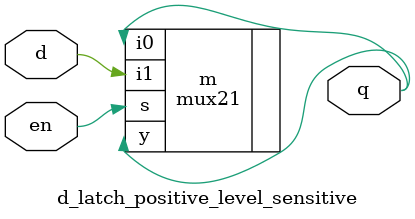
<source format=v>
module d_latch_positive_level_sensitive(d,en,q);
    input d,en;
	output q;
    mux21 m(.i1(d),.i0(q),.s(en),.y(q)); 

endmodule

</source>
